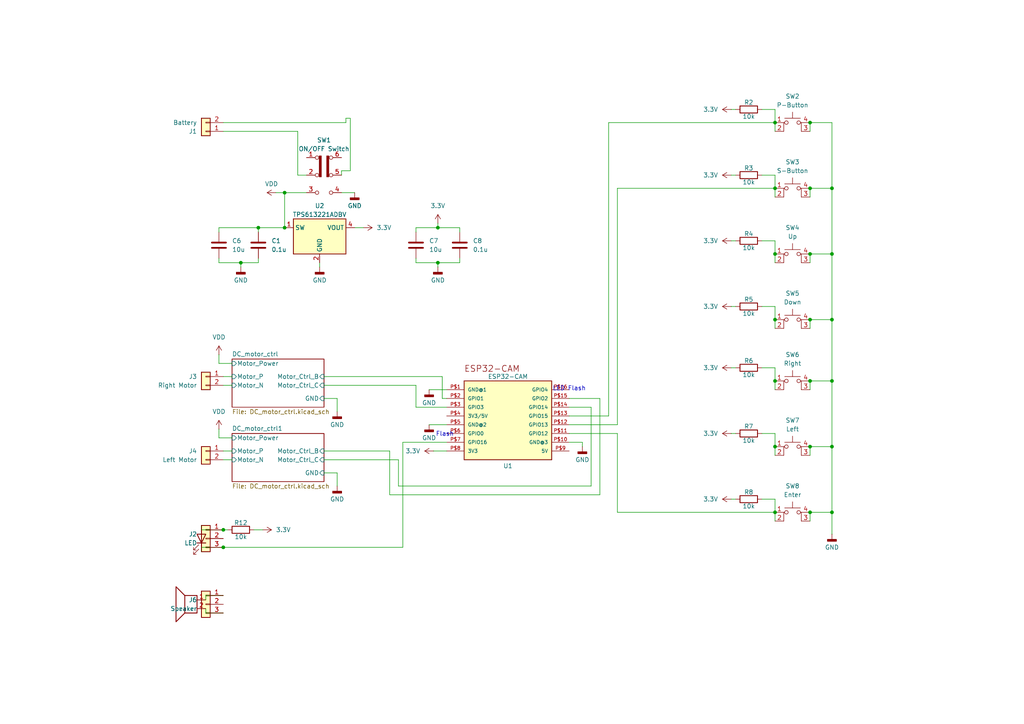
<source format=kicad_sch>
(kicad_sch (version 20231120) (generator "eeschema") (generator_version "8.0")
  (paper "A4")
  (title_block (title "IntelliHomie Roboplatform schematics.") (date "2024-03-24") (rev "V0.1") (company "kozak-yakym") (comment 1 "Designed by kozak-yakym."))
  (lib_symbols
    (symbol "Connector_Generic:Conn_01x02" (pin_names (offset 1.016) hide)
      (property "Reference" "J" (at 0 2.54 0))
      (property "Value" "Conn_01x02" (at 0 -5.08 0))
      (symbol "Conn_01x02_1_1"
        (rectangle (start -1.27 -2.413) (end 0 -2.667) (stroke (width 0.1524)))
        (rectangle (start -1.27 0.127) (end 0 -0.127) (stroke (width 0.1524)))
        (rectangle (start -1.27 1.27) (end 1.27 -3.81) (stroke (width 0.254)) (fill (type background)))
        (pin passive line (at -5.08 0 0) (length 3.81) (name "Pin_1") (number "1"))
        (pin passive line (at -5.08 -2.54 0) (length 3.81) (name "Pin_2") (number "2"))
      )
    )
    (symbol "Connector_Generic:Conn_01x03" (pin_names (offset 1.016) hide)
      (property "Reference" "J" (at 0 5.08 0))
      (property "Value" "Conn_01x03" (at 0 -5.08 0))
      (symbol "Conn_01x03_1_1"
        (rectangle (start -1.27 -2.413) (end 0 -2.667) (stroke (width 0.1524)))
        (rectangle (start -1.27 0.127) (end 0 -0.127) (stroke (width 0.1524)))
        (rectangle (start -1.27 2.667) (end 0 2.413) (stroke (width 0.1524)))
        (rectangle (start -1.27 3.81) (end 1.27 -3.81) (stroke (width 0.254)) (fill (type background)))
        (pin passive line (at -5.08 2.54 0) (length 3.81) (name "Pin_1") (number "1"))
        (pin passive line (at -5.08 0 0) (length 3.81) (name "Pin_2") (number "2"))
        (pin passive line (at -5.08 -2.54 0) (length 3.81) (name "Pin_3") (number "3"))
      )
    )
    (symbol "Device:C" (pin_numbers hide) (pin_names (offset 0.254))
      (property "Reference" "C" (at 0.635 2.54 0))
      (property "Value" "C" (at 0.635 -2.54 0))
      (symbol "C_0_1"
        (polyline (pts (xy -2.032 -0.762) (xy 2.032 -0.762)) (stroke (width 0.508)))
        (polyline (pts (xy -2.032 0.762) (xy 2.032 0.762)) (stroke (width 0.508)))
      )
      (symbol "C_1_1"
        (pin passive line (at 0 3.81 270) (length 2.794) (name "~") (number "1"))
        (pin passive line (at 0 -3.81 90) (length 2.794) (name "~") (number "2"))
      )
    )
    (symbol "Device:LED" (pin_numbers hide) (pin_names (offset 1.016) hide)
      (property "Reference" "D" (at 0 2.54 0))
      (property "Value" "LED" (at 0 -2.54 0))
      (symbol "LED_0_1"
        (polyline (pts (xy -1.27 -1.27) (xy -1.27 1.27)) (stroke (width 0.254)))
        (polyline (pts (xy -1.27 0) (xy 1.27 0)))
        (polyline (pts (xy 1.27 -1.27) (xy 1.27 1.27) (xy -1.27 0) (xy 1.27 -1.27)) (stroke (width 0.254)))
        (polyline (pts (xy -3.048 -0.762) (xy -4.572 -2.286) (xy -3.81 -2.286) (xy -4.572 -2.286) (xy -4.572 -1.524)))
        (polyline (pts (xy -1.778 -0.762) (xy -3.302 -2.286) (xy -2.54 -2.286) (xy -3.302 -2.286) (xy -3.302 -1.524)))
      )
      (symbol "LED_1_1"
        (pin passive line (at -3.81 0 0) (length 2.54) (name "K") (number "1"))
        (pin passive line (at 3.81 0 180) (length 2.54) (name "A") (number "2"))
      )
    )
    (symbol "Device:R" (pin_numbers hide) (pin_names (offset 0))
      (property "Reference" "R" (at 2.032 0 90))
      (property "Value" "R" (at 0 0 90))
      (symbol "R_0_1"
        (rectangle (start -1.016 -2.54) (end 1.016 2.54) (stroke (width 0.254)))
      )
      (symbol "R_1_1"
        (pin passive line (at 0 3.81 270) (length 1.27) (name "~") (number "1"))
        (pin passive line (at 0 -3.81 90) (length 1.27) (name "~") (number "2"))
      )
    )
    (symbol "Device:Speaker" (pin_names (offset 0) hide)
      (property "Reference" "LS" (at 1.27 5.715 0))
      (property "Value" "Speaker" (at 1.27 3.81 0))
      (symbol "Speaker_0_0"
        (rectangle (start -2.54 1.27) (end 1.016 -3.81) (stroke (width 0.254)))
        (polyline (pts (xy 1.016 1.27) (xy 3.556 3.81) (xy 3.556 -6.35) (xy 1.016 -3.81)) (stroke (width 0.254)))
      )
      (symbol "Speaker_1_1"
        (pin input line (at -5.08 0 0) (length 2.54) (name "1") (number "1"))
        (pin input line (at -5.08 -2.54 0) (length 2.54) (name "2") (number "2"))
      )
    )
    (symbol "ESP32-CAM:ESP32-CAM" (pin_names (offset 1.016))
      (property "Reference" "U" (at 0 0 0))
      (property "Value" "ESP32-CAM" (at 0 0 0))
      (symbol "ESP32-CAM_0_0"
        (rectangle (start -12.7 -10.16) (end 12.7 12.7) (stroke (width 0.254)) (fill (type background)))
        (text "ESP32-CAM" (at -12.7 15.24 0) (effects (font (size 1.778 1.778)) (justify left bottom)))
        (pin bidirectional line (at -17.78 10.16 0) (length 5.08) (name "GND@1") (number "P$1"))
        (pin bidirectional line (at 17.78 -5.08 180) (length 5.08) (name "GND@3") (number "P$10"))
        (pin bidirectional line (at 17.78 -2.54 180) (length 5.08) (name "GPIO12") (number "P$11"))
        (pin bidirectional line (at 17.78 0 180) (length 5.08) (name "GPIO13") (number "P$12"))
        (pin bidirectional line (at 17.78 2.54 180) (length 5.08) (name "GPIO15") (number "P$13"))
        (pin bidirectional line (at 17.78 5.08 180) (length 5.08) (name "GPIO14") (number "P$14"))
        (pin bidirectional line (at 17.78 7.62 180) (length 5.08) (name "GPIO2") (number "P$15"))
        (pin bidirectional line (at 17.78 10.16 180) (length 5.08) (name "GPIO4") (number "P$16"))
        (pin bidirectional line (at -17.78 7.62 0) (length 5.08) (name "GPIO1") (number "P$2"))
        (pin bidirectional line (at -17.78 5.08 0) (length 5.08) (name "GPIO3") (number "P$3"))
        (pin bidirectional line (at -17.78 2.54 0) (length 5.08) (name "3V3/5V") (number "P$4"))
        (pin bidirectional line (at -17.78 0 0) (length 5.08) (name "GND@2") (number "P$5"))
        (pin bidirectional line (at -17.78 -2.54 0) (length 5.08) (name "GPIO0") (number "P$6"))
        (pin bidirectional line (at -17.78 -5.08 0) (length 5.08) (name "GPIO16") (number "P$7"))
        (pin bidirectional line (at -17.78 -7.62 0) (length 5.08) (name "3V3") (number "P$8"))
        (pin bidirectional line (at 17.78 -7.62 180) (length 5.08) (name "5V") (number "P$9"))
      )
    )
    (symbol "Regulator_Switching:TPS613221ADBV"
      (property "Reference" "U" (at -7.62 6.35 0))
      (property "Value" "TPS613221ADBV" (at 2.54 6.35 0))
      (symbol "TPS613221ADBV_0_1"
        (rectangle (start -7.62 5.08) (end 7.62 -5.08) (stroke (width 0.254)) (fill (type background)))
      )
      (symbol "TPS613221ADBV_1_1"
        (pin power_in line (at -10.16 2.54 0) (length 2.54) (name "SW") (number "1"))
        (pin power_in line (at 0 -7.62 90) (length 2.54) (name "GND") (number "2"))
        (pin no_connect line (at -7.62 -2.54 0) (length 2.54) hide (name "NC") (number "3"))
        (pin power_out line (at 10.16 2.54 180) (length 2.54) (name "VOUT") (number "4"))
        (pin no_connect line (at 7.62 -2.54 180) (length 2.54) hide (name "NC") (number "5"))
      )
    )
    (symbol "Switch:SW_MEC_5E" (pin_names (offset 1.016) hide)
      (property "Reference" "SW" (at 0.635 5.715 0))
      (property "Value" "SW_MEC_5E" (at 0 -3.175 0))
      (symbol "SW_MEC_5E_0_1"
        (circle (center -1.778 2.54) (radius 0.508))
        (polyline (pts (xy -2.286 3.81) (xy 2.286 3.81)))
        (polyline (pts (xy 0 3.81) (xy 0 5.588)))
        (polyline (pts (xy -2.54 0) (xy -2.54 2.54) (xy -2.286 2.54)))
        (polyline (pts (xy 2.54 0) (xy 2.54 2.54) (xy 2.286 2.54)))
        (circle (center 1.778 2.54) (radius 0.508))
        (pin passive line (at -5.08 2.54 0) (length 2.54) (name "1") (number "1"))
        (pin passive line (at -5.08 0 0) (length 2.54) (name "2") (number "2"))
        (pin passive line (at 5.08 0 180) (length 2.54) (name "K") (number "3"))
        (pin passive line (at 5.08 2.54 180) (length 2.54) (name "A") (number "4"))
      )
    )
    (symbol "Switch:SW_Slide_DPDT" (pin_names (offset 0) hide)
      (property "Reference" "SW" (at 0 6.858 0))
      (property "Value" "SW_Slide_DPDT" (at 0 -8.128 0))
      (symbol "SW_Slide_DPDT_0_0"
        (circle (center -2.032 -5.08) (radius 0.508))
        (circle (center -2.032 5.08) (radius 0.508))
        (circle (center 2.032 -5.08) (radius 0.508))
        (circle (center 2.032 0) (radius 0.508))
      )
      (symbol "SW_Slide_DPDT_0_1"
        (circle (center -2.032 0) (radius 0.508))
        (circle (center 2.032 5.08) (radius 0.508))
      )
      (symbol "SW_Slide_DPDT_1_1"
        (rectangle (start -1.397 5.588) (end -0.762 -0.508) (fill (type outline)))
        (rectangle (start 0.762 5.588) (end 1.397 -0.508) (fill (type outline)))
        (pin passive line (at -5.08 5.08 0) (length 2.54) (name "A") (number "1"))
        (pin passive line (at -5.08 0 0) (length 2.54) (name "B") (number "2"))
        (pin passive line (at -5.08 -5.08 0) (length 2.54) (name "C") (number "3"))
        (pin passive line (at 5.08 -5.08 180) (length 2.54) (name "A") (number "4"))
        (pin passive line (at 5.08 0 180) (length 2.54) (name "B") (number "5"))
        (pin passive line (at 5.08 5.08 180) (length 2.54) (name "C") (number "6"))
      )
    )
    (symbol "power:GNDD" (power) (pin_numbers hide) (pin_names (offset 0) hide)
      (property "Value" "GNDD" (at 0 -3.175 0))
      (symbol "GNDD_0_1"
        (rectangle (start -1.27 -1.524) (end 1.27 -2.032) (stroke (width 0.254)) (fill (type outline)))
        (polyline (pts (xy 0 0) (xy 0 -1.524)))
      )
      (symbol "GNDD_1_1"
        (pin power_in line (at 0 0 270) (length 0) (name "~") (number "1"))
      )
    )
    (symbol "power:VDD" (power) (pin_numbers hide) (pin_names (offset 0) hide)
      (property "Value" "VDD" (at 0 3.556 0))
      (symbol "VDD_0_1"
        (polyline (pts (xy -0.762 1.27) (xy 0 2.54)))
        (polyline (pts (xy 0 0) (xy 0 2.54)))
        (polyline (pts (xy 0 2.54) (xy 0.762 1.27)))
      )
      (symbol "VDD_1_1"
        (pin power_in line (at 0 0 90) (length 0) (name "~") (number "1"))
      )
    )
  )
  (junction (at 234.95 148.59))
  (junction (at 234.95 54.61))
  (junction (at 224.79 148.59))
  (junction (at 234.95 129.54))
  (junction (at 234.95 35.56))
  (junction (at 234.95 110.49))
  (junction (at 241.3 73.66))
  (junction (at 241.3 148.59))
  (junction (at 234.95 92.71))
  (junction (at 74.93 66.04))
  (junction (at 127 76.2))
  (junction (at 224.79 54.61))
  (junction (at 127 66.04))
  (junction (at 224.79 92.71))
  (junction (at 241.3 92.71))
  (junction (at 224.79 73.66))
  (junction (at 64.77 158.75))
  (junction (at 234.95 73.66))
  (junction (at 64.77 153.67))
  (junction (at 224.79 129.54))
  (junction (at 224.79 35.56))
  (junction (at 241.3 129.54))
  (junction (at 241.3 110.49))
  (junction (at 69.85 76.2))
  (junction (at 82.55 66.04))
  (junction (at 224.79 110.49))
  (junction (at 241.3 54.61))
  (junction (at 82.55 55.88))
  (wire (pts (xy 59.69 176.53) (xy 59.69 177.8)))
  (wire (pts (xy 97.79 115.57) (xy 97.79 119.38)))
  (wire (pts (xy 241.3 54.61) (xy 241.3 73.66)))
  (wire (pts (xy 224.79 129.54) (xy 224.79 132.08)))
  (wire (pts (xy 173.99 115.57) (xy 173.99 143.51)))
  (wire (pts (xy 64.77 158.75) (xy 58.42 158.75)))
  (wire (pts (xy 86.36 50.8) (xy 88.9 50.8)))
  (wire (pts (xy 224.79 73.66) (xy 224.79 76.2)))
  (wire (pts (xy 113.03 143.51) (xy 113.03 130.81)))
  (wire (pts (xy 63.5 105.41) (xy 63.5 102.87)))
  (wire (pts (xy 234.95 54.61) (xy 241.3 54.61)))
  (wire (pts (xy 63.5 67.31) (xy 63.5 66.04)))
  (wire (pts (xy 63.5 127) (xy 63.5 124.46)))
  (wire (pts (xy 133.35 66.04) (xy 127 66.04)))
  (wire (pts (xy 100.33 34.29) (xy 100.33 35.56)))
  (wire (pts (xy 241.3 129.54) (xy 241.3 148.59)))
  (wire (pts (xy 165.1 115.57) (xy 173.99 115.57)))
  (wire (pts (xy 63.5 66.04) (xy 74.93 66.04)))
  (wire (pts (xy 124.46 113.03) (xy 129.54 113.03)))
  (wire (pts (xy 99.06 49.53) (xy 99.06 50.8)))
  (wire (pts (xy 120.65 118.11) (xy 120.65 111.76)))
  (wire (pts (xy 64.77 109.22) (xy 67.31 109.22)))
  (wire (pts (xy 179.07 125.73) (xy 179.07 148.59)))
  (wire (pts (xy 224.79 106.68) (xy 224.79 110.49)))
  (wire (pts (xy 120.65 67.31) (xy 120.65 66.04)))
  (wire (pts (xy 93.98 137.16) (xy 97.79 137.16)))
  (wire (pts (xy 224.79 110.49) (xy 224.79 113.03)))
  (wire (pts (xy 86.36 38.1) (xy 86.36 50.8)))
  (wire (pts (xy 168.91 128.27) (xy 168.91 129.54)))
  (wire (pts (xy 115.57 133.35) (xy 93.98 133.35)))
  (wire (pts (xy 224.79 50.8) (xy 224.79 54.61)))
  (wire (pts (xy 99.06 55.88) (xy 102.87 55.88)))
  (wire (pts (xy 64.77 130.81) (xy 67.31 130.81)))
  (wire (pts (xy 127 64.77) (xy 127 66.04)))
  (wire (pts (xy 58.42 160.02) (xy 58.42 158.75)))
  (wire (pts (xy 176.53 35.56) (xy 224.79 35.56)))
  (wire (pts (xy 224.79 92.71) (xy 224.79 95.25)))
  (wire (pts (xy 69.85 76.2) (xy 74.93 76.2)))
  (wire (pts (xy 234.95 129.54) (xy 234.95 132.08)))
  (wire (pts (xy 234.95 110.49) (xy 234.95 113.03)))
  (wire (pts (xy 234.95 54.61) (xy 234.95 57.15)))
  (wire (pts (xy 127 76.2) (xy 127 77.47)))
  (wire (pts (xy 129.54 128.27) (xy 116.84 128.27)))
  (wire (pts (xy 234.95 35.56) (xy 241.3 35.56)))
  (wire (pts (xy 171.45 140.97) (xy 115.57 140.97)))
  (wire (pts (xy 212.09 144.78) (xy 213.36 144.78)))
  (wire (pts (xy 224.79 148.59) (xy 224.79 151.13)))
  (wire (pts (xy 63.5 76.2) (xy 63.5 74.93)))
  (wire (pts (xy 220.98 88.9) (xy 224.79 88.9)))
  (wire (pts (xy 59.69 173.99) (xy 59.69 172.72)))
  (wire (pts (xy 171.45 118.11) (xy 171.45 140.97)))
  (wire (pts (xy 212.09 106.68) (xy 213.36 106.68)))
  (wire (pts (xy 224.79 31.75) (xy 224.79 35.56)))
  (wire (pts (xy 212.09 88.9) (xy 213.36 88.9)))
  (wire (pts (xy 220.98 144.78) (xy 224.79 144.78)))
  (wire (pts (xy 224.79 35.56) (xy 224.79 38.1)))
  (wire (pts (xy 165.1 125.73) (xy 179.07 125.73)))
  (wire (pts (xy 120.65 111.76) (xy 93.98 111.76)))
  (wire (pts (xy 212.09 125.73) (xy 213.36 125.73)))
  (wire (pts (xy 224.79 88.9) (xy 224.79 92.71)))
  (wire (pts (xy 241.3 110.49) (xy 241.3 129.54)))
  (wire (pts (xy 63.5 127) (xy 67.31 127)))
  (wire (pts (xy 133.35 67.31) (xy 133.35 66.04)))
  (wire (pts (xy 224.79 69.85) (xy 224.79 73.66)))
  (wire (pts (xy 127 76.2) (xy 133.35 76.2)))
  (wire (pts (xy 74.93 67.31) (xy 74.93 66.04)))
  (wire (pts (xy 64.77 133.35) (xy 67.31 133.35)))
  (wire (pts (xy 120.65 76.2) (xy 120.65 74.93)))
  (wire (pts (xy 234.95 110.49) (xy 241.3 110.49)))
  (wire (pts (xy 64.77 153.67) (xy 58.42 153.67)))
  (wire (pts (xy 58.42 152.4) (xy 58.42 153.67)))
  (wire (pts (xy 220.98 31.75) (xy 224.79 31.75)))
  (wire (pts (xy 128.27 109.22) (xy 128.27 115.57)))
  (wire (pts (xy 220.98 125.73) (xy 224.79 125.73)))
  (wire (pts (xy 129.54 118.11) (xy 120.65 118.11)))
  (wire (pts (xy 234.95 73.66) (xy 234.95 76.2)))
  (wire (pts (xy 100.33 35.56) (xy 64.77 35.56)))
  (wire (pts (xy 125.73 130.81) (xy 129.54 130.81)))
  (wire (pts (xy 115.57 140.97) (xy 115.57 133.35)))
  (wire (pts (xy 73.66 153.67) (xy 76.2 153.67)))
  (wire (pts (xy 234.95 92.71) (xy 241.3 92.71)))
  (wire (pts (xy 173.99 143.51) (xy 113.03 143.51)))
  (wire (pts (xy 224.79 125.73) (xy 224.79 129.54)))
  (wire (pts (xy 234.95 92.71) (xy 234.95 95.25)))
  (wire (pts (xy 224.79 144.78) (xy 224.79 148.59)))
  (wire (pts (xy 220.98 50.8) (xy 224.79 50.8)))
  (wire (pts (xy 234.95 148.59) (xy 234.95 151.13)))
  (wire (pts (xy 124.46 123.19) (xy 129.54 123.19)))
  (wire (pts (xy 93.98 109.22) (xy 128.27 109.22)))
  (wire (pts (xy 116.84 158.75) (xy 64.77 158.75)))
  (wire (pts (xy 102.87 66.04) (xy 105.41 66.04)))
  (wire (pts (xy 234.95 38.1) (xy 234.95 35.56)))
  (wire (pts (xy 120.65 66.04) (xy 127 66.04)))
  (wire (pts (xy 179.07 54.61) (xy 224.79 54.61)))
  (wire (pts (xy 64.77 177.8) (xy 59.69 177.8)))
  (wire (pts (xy 220.98 69.85) (xy 224.79 69.85)))
  (wire (pts (xy 100.33 34.29) (xy 101.6 34.29)))
  (wire (pts (xy 93.98 130.81) (xy 113.03 130.81)))
  (wire (pts (xy 80.01 55.88) (xy 82.55 55.88)))
  (wire (pts (xy 97.79 137.16) (xy 97.79 140.97)))
  (wire (pts (xy 212.09 69.85) (xy 213.36 69.85)))
  (wire (pts (xy 64.77 111.76) (xy 67.31 111.76)))
  (wire (pts (xy 86.36 38.1) (xy 64.77 38.1)))
  (wire (pts (xy 165.1 128.27) (xy 168.91 128.27)))
  (wire (pts (xy 101.6 34.29) (xy 101.6 49.53)))
  (wire (pts (xy 234.95 129.54) (xy 241.3 129.54)))
  (wire (pts (xy 224.79 54.61) (xy 224.79 57.15)))
  (wire (pts (xy 133.35 76.2) (xy 133.35 74.93)))
  (wire (pts (xy 92.71 76.2) (xy 92.71 77.47)))
  (wire (pts (xy 63.5 76.2) (xy 69.85 76.2)))
  (wire (pts (xy 234.95 148.59) (xy 241.3 148.59)))
  (wire (pts (xy 241.3 73.66) (xy 241.3 92.71)))
  (wire (pts (xy 179.07 148.59) (xy 224.79 148.59)))
  (wire (pts (xy 101.6 49.53) (xy 99.06 49.53)))
  (wire (pts (xy 74.93 76.2) (xy 74.93 74.93)))
  (wire (pts (xy 82.55 66.04) (xy 82.55 55.88)))
  (wire (pts (xy 69.85 76.2) (xy 69.85 77.47)))
  (wire (pts (xy 82.55 55.88) (xy 88.9 55.88)))
  (wire (pts (xy 234.95 73.66) (xy 241.3 73.66)))
  (wire (pts (xy 116.84 128.27) (xy 116.84 158.75)))
  (wire (pts (xy 64.77 153.67) (xy 66.04 153.67)))
  (wire (pts (xy 171.45 118.11) (xy 165.1 118.11)))
  (wire (pts (xy 179.07 123.19) (xy 179.07 54.61)))
  (wire (pts (xy 93.98 115.57) (xy 97.79 115.57)))
  (wire (pts (xy 241.3 148.59) (xy 241.3 154.94)))
  (wire (pts (xy 74.93 66.04) (xy 82.55 66.04)))
  (wire (pts (xy 241.3 92.71) (xy 241.3 110.49)))
  (wire (pts (xy 63.5 105.41) (xy 67.31 105.41)))
  (wire (pts (xy 128.27 115.57) (xy 129.54 115.57)))
  (wire (pts (xy 212.09 31.75) (xy 213.36 31.75)))
  (wire (pts (xy 64.77 172.72) (xy 59.69 172.72)))
  (wire (pts (xy 176.53 120.65) (xy 176.53 35.56)))
  (wire (pts (xy 212.09 50.8) (xy 213.36 50.8)))
  (wire (pts (xy 220.98 106.68) (xy 224.79 106.68)))
  (wire (pts (xy 120.65 76.2) (xy 127 76.2)))
  (wire (pts (xy 165.1 123.19) (xy 179.07 123.19)))
  (wire (pts (xy 241.3 35.56) (xy 241.3 54.61)))
  (wire (pts (xy 165.1 120.65) (xy 176.53 120.65)))
  (text "Flash" (at 129.032 125.984 0) (effects (font (size 1.27 1.27))))
  (text "LED Flash\n" (at 165.1 112.776 0) (effects (font (size 1.27 1.27))))
  (symbol (lib_id "power:GNDD") (at 168.91 129.54 0) (unit 1)
    (property "Reference" "#PWR024" (effects (hide yes)))
    (property "Value" "GND" (at 168.91 133.35 0))
    (property "Description" "Power symbol creates a global label with name \"GNDD\" , digital ground" (effects (hide yes)))
  )
  (symbol (lib_id "Device:C") (at 63.5 71.12 180) (unit 1)
    (property "Reference" "C6" (at 67.31 69.8499 0) (effects (justify right)))
    (property "Value" "10u" (at 67.31 72.3899 0) (effects (justify right)))
    (property "Footprint" "Capacitor_SMD:C_0603_1608Metric" (effects (hide yes)))
    (property "Description" "Unpolarized capacitor" (effects (hide yes)))
  )
  (symbol (lib_id "power:GNDD") (at 97.79 140.97 0) (unit 1)
    (property "Reference" "#PWR020" (effects (hide yes)))
    (property "Value" "GND" (at 97.79 144.78 0))
    (property "Description" "Power symbol creates a global label with name \"GNDD\" , digital ground" (effects (hide yes)))
  )
  (symbol (lib_id "Connector_Generic:Conn_01x02") (at 59.69 38.1 180) (unit 1)
    (property "Reference" "J1" (at 57.15 38.1001 0) (effects (justify left)))
    (property "Value" "Battery" (at 57.15 35.5601 0) (effects (justify left)))
    (property "Description" "Generic connector, single row, 01x02, script generated (kicad-library-utils/schlib/autogen/connector/)" (effects (hide yes)))
  )
  (symbol (lib_id "power:GNDD") (at 124.46 113.03 0) (unit 1)
    (property "Reference" "#PWR025" (effects (hide yes)))
    (property "Value" "GND" (at 124.46 116.84 0))
    (property "Description" "Power symbol creates a global label with name \"GNDD\" , digital ground" (effects (hide yes)))
  )
  (symbol (lib_id "power:GNDD") (at 69.85 77.47 0) (unit 1)
    (property "Reference" "#PWR022" (effects (hide yes)))
    (property "Value" "GND" (at 69.85 81.28 0))
    (property "Description" "Power symbol creates a global label with name \"GNDD\" , digital ground" (effects (hide yes)))
  )
  (symbol (lib_id "power:VDD") (at 125.73 130.81 90) (unit 1)
    (property "Reference" "#PWR027" (effects (hide yes)))
    (property "Value" "3.3V" (at 121.92 130.8099 90) (effects (justify left)))
    (property "Description" "Power symbol creates a global label with name \"VDD\"" (effects (hide yes)))
  )
  (symbol (lib_id "Device:LED") (at 58.42 156.21 270) (mirror x) (unit 1)
    (property "Reference" "D1" (effects (hide yes)))
    (property "Value" "LED" (effects (hide yes)))
    (property "Description" "Light emitting diode" (effects (hide yes)))
  )
  (symbol (lib_id "power:VDD") (at 63.5 124.46 0) (unit 1)
    (property "Reference" "#PWR019" (effects (hide yes)))
    (property "Value" "VDD" (at 63.5 119.38 0))
    (property "Description" "Power symbol creates a global label with name \"VDD\"" (effects (hide yes)))
  )
  (symbol (lib_id "power:VDD") (at 212.09 125.73 90) (unit 1)
    (property "Reference" "#PWR011" (effects (hide yes)))
    (property "Value" "3.3V" (at 208.28 125.7299 90) (effects (justify left)))
    (property "Description" "Power symbol creates a global label with name \"VDD\"" (effects (hide yes)))
  )
  (symbol (lib_id "power:GNDD") (at 127 77.47 0) (unit 1)
    (property "Reference" "#PWR01" (effects (hide yes)))
    (property "Value" "GND" (at 127 81.28 0))
    (property "Description" "Power symbol creates a global label with name \"GNDD\" , digital ground" (effects (hide yes)))
  )
  (symbol (lib_id "Connector_Generic:Conn_01x02") (at 59.69 130.81 0) (mirror y) (unit 1)
    (property "Reference" "J4" (at 57.15 130.8099 0) (effects (justify left)))
    (property "Value" "Left Motor" (at 57.15 133.3499 0) (effects (justify left)))
    (property "Description" "Generic connector, single row, 01x02, script generated (kicad-library-utils/schlib/autogen/connector/)" (effects (hide yes)))
  )
  (symbol (lib_id "Device:C") (at 120.65 71.12 180) (unit 1)
    (property "Reference" "C7" (at 124.46 69.8499 0) (effects (justify right)))
    (property "Value" "10u" (at 124.46 72.3899 0) (effects (justify right)))
    (property "Footprint" "Capacitor_SMD:C_0603_1608Metric" (effects (hide yes)))
    (property "Description" "Unpolarized capacitor" (effects (hide yes)))
  )
  (symbol (lib_id "power:GNDD") (at 102.87 55.88 0) (unit 1)
    (property "Reference" "#PWR016" (effects (hide yes)))
    (property "Value" "GND" (at 102.87 59.69 0))
    (property "Description" "Power symbol creates a global label with name \"GNDD\" , digital ground" (effects (hide yes)))
  )
  (symbol (lib_id "power:VDD") (at 212.09 106.68 90) (unit 1)
    (property "Reference" "#PWR010" (effects (hide yes)))
    (property "Value" "3.3V" (at 208.28 106.6799 90) (effects (justify left)))
    (property "Description" "Power symbol creates a global label with name \"VDD\"" (effects (hide yes)))
  )
  (symbol (lib_id "power:VDD") (at 212.09 144.78 90) (unit 1)
    (property "Reference" "#PWR012" (effects (hide yes)))
    (property "Value" "3.3V" (at 208.28 144.7799 90) (effects (justify left)))
    (property "Description" "Power symbol creates a global label with name \"VDD\"" (effects (hide yes)))
  )
  (symbol (lib_id "power:GNDD") (at 92.71 77.47 0) (unit 1)
    (property "Reference" "#PWR015" (effects (hide yes)))
    (property "Value" "GND" (at 92.71 81.28 0))
    (property "Description" "Power symbol creates a global label with name \"GNDD\" , digital ground" (effects (hide yes)))
  )
  (symbol (lib_id "power:GNDD") (at 241.3 154.94 0) (unit 1)
    (property "Reference" "#PWR05" (effects (hide yes)))
    (property "Value" "GND" (at 241.3 158.75 0))
    (property "Description" "Power symbol creates a global label with name \"GNDD\" , digital ground" (effects (hide yes)))
  )
  (symbol (lib_id "Switch:SW_MEC_5E") (at 229.87 95.25 0) (unit 1)
    (property "Reference" "SW5" (at 229.87 85.09 0))
    (property "Value" "Down" (at 229.87 87.63 0))
    (property "Datasheet" "http://www.apem.com/int/index.php?controller=attachment&id_attachment=1371" (effects (hide yes)))
    (property "Description" "MEC 5E single pole normally-open tactile switch" (effects (hide yes)))
  )
  (symbol (lib_id "ESP32-CAM:ESP32-CAM") (at 147.32 123.19 0) (unit 1)
    (property "Reference" "U1" (at 147.32 135.128 0))
    (property "Value" "ESP32-CAM" (at 147.32 109.22 0))
    (property "Footprint" "ESP32-CAM:ESP32-CAM" (effects (hide yes)))
    (property "MF" "AI-Thinker" (effects (hide yes)))
    (property "Description_1" "\nESP32 ESP32 Transceiver; 802.11 a/b/g/n (Wi-Fi, WiFi, WLAN), Bluetooth® Smart 4.x Low Energy (BLE) Evaluation Board\n" (effects (hide yes)))
    (property "Package" "None" (effects (hide yes)))
    (property "Price" "None" (effects (hide yes)))
    (property "SnapEDA_Link" "https://www.snapeda.com/parts/ESP32-CAM/AI-Thinker/view-part/?ref=snap" (effects (hide yes)))
    (property "MP" "ESP32-CAM" (effects (hide yes)))
    (property "Availability" "Not in stock" (effects (hide yes)))
    (property "Check_prices" "https://www.snapeda.com/parts/ESP32-CAM/AI-Thinker/view-part/?ref=eda" (effects (hide yes)))
  )
  (symbol (lib_id "Switch:SW_MEC_5E") (at 229.87 113.03 0) (unit 1)
    (property "Reference" "SW6" (at 229.87 102.87 0))
    (property "Value" "Right" (at 229.87 105.41 0))
    (property "Datasheet" "http://www.apem.com/int/index.php?controller=attachment&id_attachment=1371" (effects (hide yes)))
    (property "Description" "MEC 5E single pole normally-open tactile switch" (effects (hide yes)))
  )
  (symbol (lib_id "power:VDD") (at 212.09 69.85 90) (unit 1)
    (property "Reference" "#PWR08" (effects (hide yes)))
    (property "Value" "3.3V" (at 208.28 69.8499 90) (effects (justify left)))
    (property "Description" "Power symbol creates a global label with name \"VDD\"" (effects (hide yes)))
  )
  (symbol (lib_id "Device:R") (at 217.17 106.68 90) (unit 1)
    (property "Reference" "R6" (at 217.17 104.648 90))
    (property "Value" "10k" (at 217.17 108.712 90))
    (property "Footprint" "Resistor_SMD:R_0603_1608Metric" (effects (hide yes)))
    (property "Description" "Resistor" (effects (hide yes)))
  )
  (symbol (lib_id "Device:R") (at 217.17 69.85 90) (unit 1)
    (property "Reference" "R4" (at 217.17 67.818 90))
    (property "Value" "10k" (at 217.17 71.882 90))
    (property "Footprint" "Resistor_SMD:R_0603_1608Metric" (effects (hide yes)))
    (property "Description" "Resistor" (effects (hide yes)))
  )
  (symbol (lib_id "Device:R") (at 217.17 50.8 90) (unit 1)
    (property "Reference" "R3" (at 217.17 48.768 90))
    (property "Value" "10k" (at 217.17 52.832 90))
    (property "Footprint" "Resistor_SMD:R_0603_1608Metric" (effects (hide yes)))
    (property "Description" "Resistor" (effects (hide yes)))
  )
  (symbol (lib_id "power:GNDD") (at 97.79 119.38 0) (unit 1)
    (property "Reference" "#PWR017" (effects (hide yes)))
    (property "Value" "GND" (at 97.79 123.19 0))
    (property "Description" "Power symbol creates a global label with name \"GNDD\" , digital ground" (effects (hide yes)))
  )
  (symbol (lib_id "power:GNDD") (at 124.46 123.19 0) (unit 1)
    (property "Reference" "#PWR026" (effects (hide yes)))
    (property "Value" "GND" (at 124.46 127 0))
    (property "Description" "Power symbol creates a global label with name \"GNDD\" , digital ground" (effects (hide yes)))
  )
  (symbol (lib_id "Device:C") (at 74.93 71.12 180) (unit 1)
    (property "Reference" "C1" (at 78.74 69.8499 0) (effects (justify right)))
    (property "Value" "0.1u" (at 78.74 72.3899 0) (effects (justify right)))
    (property "Footprint" "Capacitor_SMD:C_0603_1608Metric" (effects (hide yes)))
    (property "Description" "Unpolarized capacitor" (effects (hide yes)))
  )
  (symbol (lib_id "power:VDD") (at 127 64.77 0) (unit 1)
    (property "Reference" "#PWR03" (effects (hide yes)))
    (property "Value" "3.3V" (at 127 59.69 0))
    (property "Description" "Power symbol creates a global label with name \"VDD\"" (effects (hide yes)))
  )
  (symbol (lib_id "Switch:SW_Slide_DPDT") (at 93.98 50.8 0) (unit 1)
    (property "Reference" "SW1" (at 93.98 40.64 0))
    (property "Value" "ON/OFF Switch" (at 93.98 43.18 0))
    (property "Footprint" "Button_Switch_SMD:SW_DIP_SPSTx03_Slide_6.7x9.18mm_W8.61mm_P2.54mm_LowProfile" (effects (hide yes)))
    (property "Description" "Slide Switch, dual pole double throw" (effects (hide yes)))
  )
  (symbol (lib_id "Switch:SW_MEC_5E") (at 229.87 132.08 0) (unit 1)
    (property "Reference" "SW7" (at 229.87 121.92 0))
    (property "Value" "Left" (at 229.87 124.46 0))
    (property "Datasheet" "http://www.apem.com/int/index.php?controller=attachment&id_attachment=1371" (effects (hide yes)))
    (property "Description" "MEC 5E single pole normally-open tactile switch" (effects (hide yes)))
  )
  (symbol (lib_id "power:VDD") (at 105.41 66.04 270) (unit 1)
    (property "Reference" "#PWR04" (effects (hide yes)))
    (property "Value" "3.3V" (at 109.22 66.0399 90) (effects (justify left)))
    (property "Description" "Power symbol creates a global label with name \"VDD\"" (effects (hide yes)))
  )
  (symbol (lib_id "power:VDD") (at 76.2 153.67 270) (unit 1)
    (property "Reference" "#PWR028" (effects (hide yes)))
    (property "Value" "3.3V" (at 80.01 153.6699 90) (effects (justify left)))
    (property "Description" "Power symbol creates a global label with name \"VDD\"" (effects (hide yes)))
  )
  (symbol (lib_id "Device:Speaker") (at 54.61 173.99 0) (mirror y) (unit 1)
    (property "Reference" "LS1" (effects (hide yes)))
    (property "Value" "Speaker" (effects (hide yes)))
    (property "Description" "Speaker" (effects (hide yes)))
  )
  (symbol (lib_id "Device:R") (at 217.17 31.75 90) (unit 1)
    (property "Reference" "R2" (at 217.17 29.718 90))
    (property "Value" "10k" (at 217.17 33.782 90))
    (property "Footprint" "Resistor_SMD:R_0603_1608Metric" (effects (hide yes)))
    (property "Description" "Resistor" (effects (hide yes)))
  )
  (symbol (lib_id "power:VDD") (at 212.09 88.9 90) (unit 1)
    (property "Reference" "#PWR09" (effects (hide yes)))
    (property "Value" "3.3V" (at 208.28 88.8999 90) (effects (justify left)))
    (property "Description" "Power symbol creates a global label with name \"VDD\"" (effects (hide yes)))
  )
  (symbol (lib_id "Device:C") (at 133.35 71.12 180) (unit 1)
    (property "Reference" "C8" (at 137.16 69.8499 0) (effects (justify right)))
    (property "Value" "0.1u" (at 137.16 72.3899 0) (effects (justify right)))
    (property "Footprint" "Capacitor_SMD:C_0603_1608Metric" (effects (hide yes)))
    (property "Description" "Unpolarized capacitor" (effects (hide yes)))
  )
  (symbol (lib_id "power:VDD") (at 212.09 31.75 90) (unit 1)
    (property "Reference" "#PWR06" (effects (hide yes)))
    (property "Value" "3.3V" (at 208.28 31.7499 90) (effects (justify left)))
    (property "Description" "Power symbol creates a global label with name \"VDD\"" (effects (hide yes)))
  )
  (symbol (lib_id "power:VDD") (at 212.09 50.8 90) (unit 1)
    (property "Reference" "#PWR07" (effects (hide yes)))
    (property "Value" "3.3V" (at 208.28 50.7999 90) (effects (justify left)))
    (property "Description" "Power symbol creates a global label with name \"VDD\"" (effects (hide yes)))
  )
  (symbol (lib_id "Device:R") (at 69.85 153.67 90) (unit 1)
    (property "Reference" "R12" (at 69.85 151.638 90))
    (property "Value" "10k" (at 69.85 155.702 90))
    (property "Footprint" "Resistor_SMD:R_0603_1608Metric" (effects (hide yes)))
    (property "Description" "Resistor" (effects (hide yes)))
  )
  (symbol (lib_id "Switch:SW_MEC_5E") (at 229.87 76.2 0) (unit 1)
    (property "Reference" "SW4" (at 229.87 66.04 0))
    (property "Value" "Up" (at 229.87 68.58 0))
    (property "Datasheet" "http://www.apem.com/int/index.php?controller=attachment&id_attachment=1371" (effects (hide yes)))
    (property "Description" "MEC 5E single pole normally-open tactile switch" (effects (hide yes)))
  )
  (symbol (lib_id "Device:R") (at 217.17 125.73 90) (unit 1)
    (property "Reference" "R7" (at 217.17 123.698 90))
    (property "Value" "10k" (at 217.17 127.762 90))
    (property "Footprint" "Resistor_SMD:R_0603_1608Metric" (effects (hide yes)))
    (property "Description" "Resistor" (effects (hide yes)))
  )
  (symbol (lib_id "Device:R") (at 217.17 144.78 90) (unit 1)
    (property "Reference" "R8" (at 217.17 142.748 90))
    (property "Value" "10k" (at 217.17 146.812 90))
    (property "Footprint" "Resistor_SMD:R_0603_1608Metric" (effects (hide yes)))
    (property "Description" "Resistor" (effects (hide yes)))
  )
  (symbol (lib_id "Device:R") (at 217.17 88.9 90) (unit 1)
    (property "Reference" "R5" (at 217.17 86.868 90))
    (property "Value" "10k" (at 217.17 90.932 90))
    (property "Footprint" "Resistor_SMD:R_0603_1608Metric" (effects (hide yes)))
    (property "Description" "Resistor" (effects (hide yes)))
  )
  (symbol (lib_id "Connector_Generic:Conn_01x03") (at 59.69 175.26 0) (mirror y) (unit 1)
    (property "Reference" "J6" (at 57.15 173.9899 0) (effects (justify left)))
    (property "Value" "Speaker" (at 57.15 176.5299 0) (effects (justify left)))
    (property "Description" "Generic connector, single row, 01x03, script generated (kicad-library-utils/schlib/autogen/connector/)" (effects (hide yes)))
  )
  (symbol (lib_id "Switch:SW_MEC_5E") (at 229.87 151.13 0) (unit 1)
    (property "Reference" "SW8" (at 229.87 140.97 0))
    (property "Value" "Enter" (at 229.87 143.51 0))
    (property "Datasheet" "http://www.apem.com/int/index.php?controller=attachment&id_attachment=1371" (effects (hide yes)))
    (property "Description" "MEC 5E single pole normally-open tactile switch" (effects (hide yes)))
  )
  (symbol (lib_id "Connector_Generic:Conn_01x03") (at 59.69 156.21 0) (mirror y) (unit 1)
    (property "Reference" "J2" (at 57.15 154.9399 0) (effects (justify left)))
    (property "Value" "LED" (at 57.15 157.4799 0) (effects (justify left)))
    (property "Description" "Generic connector, single row, 01x03, script generated (kicad-library-utils/schlib/autogen/connector/)" (effects (hide yes)))
  )
  (symbol (lib_id "Switch:SW_MEC_5E") (at 229.87 57.15 0) (unit 1)
    (property "Reference" "SW3" (at 229.87 46.99 0))
    (property "Value" "S-Button" (at 229.87 49.53 0))
    (property "Datasheet" "http://www.apem.com/int/index.php?controller=attachment&id_attachment=1371" (effects (hide yes)))
    (property "Description" "MEC 5E single pole normally-open tactile switch" (effects (hide yes)))
  )
  (symbol (lib_id "power:VDD") (at 80.01 55.88 90) (unit 1)
    (property "Reference" "#PWR02" (effects (hide yes)))
    (property "Value" "VDD" (at 78.74 53.34 90))
    (property "Description" "Power symbol creates a global label with name \"VDD\"" (effects (hide yes)))
  )
  (symbol (lib_id "Switch:SW_MEC_5E") (at 229.87 38.1 0) (unit 1)
    (property "Reference" "SW2" (at 229.87 27.94 0))
    (property "Value" "P-Button" (at 229.87 30.48 0))
    (property "Datasheet" "http://www.apem.com/int/index.php?controller=attachment&id_attachment=1371" (effects (hide yes)))
    (property "Description" "MEC 5E single pole normally-open tactile switch" (effects (hide yes)))
  )
  (symbol (lib_id "power:VDD") (at 63.5 102.87 0) (unit 1)
    (property "Reference" "#PWR018" (effects (hide yes)))
    (property "Value" "VDD" (at 63.5 97.79 0))
    (property "Description" "Power symbol creates a global label with name \"VDD\"" (effects (hide yes)))
  )
  (symbol (lib_id "Regulator_Switching:TPS613221ADBV") (at 92.71 68.58 0) (unit 1)
    (property "Reference" "U2" (at 92.71 59.69 0))
    (property "Value" "TPS613221ADBV" (at 92.71 62.23 0))
    (property "Footprint" "Package_TO_SOT_SMD:SOT-23-5" (effects (hide yes)))
    (property "Datasheet" "http://www.ti.com/lit/ds/symlink/tps61322.pdf" (effects (hide yes)))
    (property "Description" "1.2A Step-Up Converter, 3.3V Output Voltage, 0.9-5.5V Input Voltage, SOT-23-5" (effects (hide yes)))
  )
  (symbol (lib_id "Connector_Generic:Conn_01x02") (at 59.69 109.22 0) (mirror y) (unit 1)
    (property "Reference" "J3" (at 57.15 109.2199 0) (effects (justify left)))
    (property "Value" "Right Motor" (at 57.15 111.7599 0) (effects (justify left)))
    (property "Description" "Generic connector, single row, 01x02, script generated (kicad-library-utils/schlib/autogen/connector/)" (effects (hide yes)))
  )
  (sheet (at 67.31 104.14) (size 26.67 13.97) (stroke (width 0.1524))
    (property "Sheetname" "DC_motor_ctrl" (at 67.31 103.4284 0) (effects (justify left bottom)))
    (property "Sheetfile" "DC_motor_ctrl.kicad_sch" (at 67.31 118.6946 0) (effects (justify left top)))
    (pin "Motor_N" input (at 67.31 111.76 180))
    (pin "Motor_P" input (at 67.31 109.22 180))
    (pin "Motor_Power" input (at 67.31 105.41 180))
    (pin "GND" input (at 93.98 115.57 0))
    (pin "Motor_Ctrl_B" input (at 93.98 109.22 0))
    (pin "Motor_Ctrl_C" input (at 93.98 111.76 0))
  )
  (sheet (at 67.31 125.73) (size 26.67 13.97) (stroke (width 0.1524))
    (property "Sheetname" "DC_motor_ctrl1" (at 67.31 125.0184 0) (effects (justify left bottom)))
    (property "Sheetfile" "DC_motor_ctrl.kicad_sch" (at 67.31 140.2846 0) (effects (justify left top)))
    (pin "Motor_N" input (at 67.31 133.35 180))
    (pin "Motor_P" input (at 67.31 130.81 180))
    (pin "Motor_Power" input (at 67.31 127 180))
    (pin "GND" input (at 93.98 137.16 0))
    (pin "Motor_Ctrl_B" input (at 93.98 130.81 0))
    (pin "Motor_Ctrl_C" input (at 93.98 133.35 0))
  )
)
</source>
